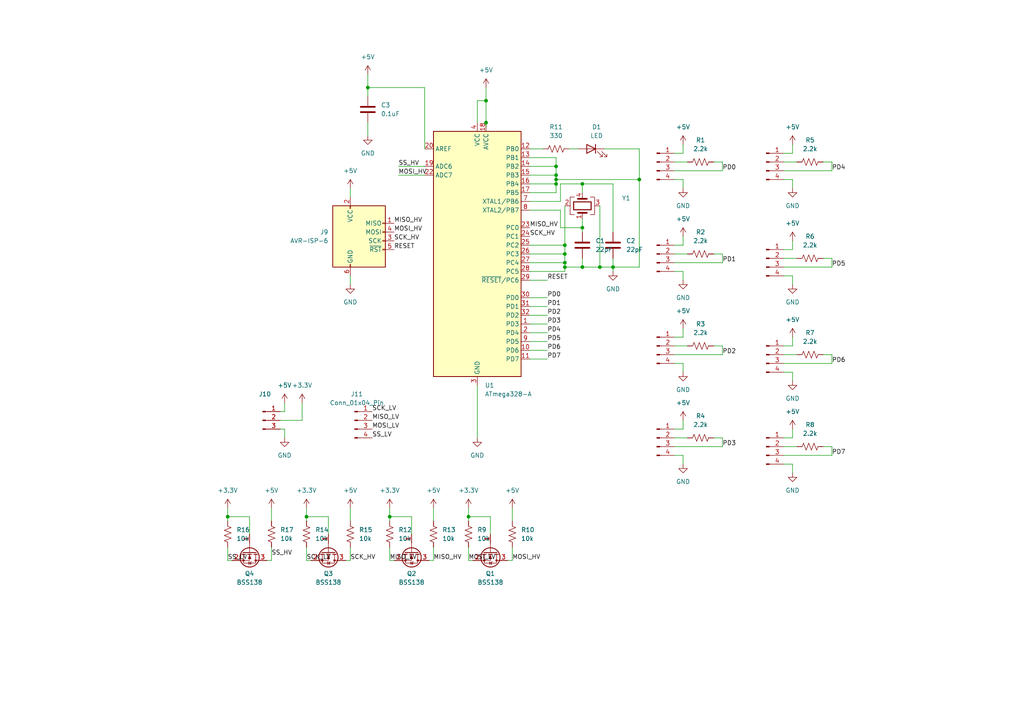
<source format=kicad_sch>
(kicad_sch (version 20230121) (generator eeschema)
  (paper "A4")
  (title_block (title "Octasonic Breakout for Raspberry Pi") (company "Grove Enterprises LLC"))
  (lib_symbols
    (symbol "Connector:AVR-ISP-6" (pin_names (offset 1.016))
      (property "Reference" "J" (at -6.35 11.43 0))
      (property "Value" "AVR-ISP-6" (at 0 11.43 0))
      (symbol "AVR-ISP-6_0_1"
        (rectangle (start -2.667 -6.858) (end -2.413 -7.62))
        (rectangle (start -2.667 10.16) (end -2.413 9.398))
        (rectangle (start 7.62 -2.413) (end 6.858 -2.667))
        (rectangle (start 7.62 0.127) (end 6.858 -0.127))
        (rectangle (start 7.62 2.667) (end 6.858 2.413))
        (rectangle (start 7.62 5.207) (end 6.858 4.953))
        (rectangle (start 7.62 10.16) (end -7.62 -7.62) (stroke (width 0.254)) (fill (type background)))
      )
      (symbol "AVR-ISP-6_1_1"
        (pin passive line (at 10.16 5.08 180) (length 2.54) (name "MISO") (number "1"))
        (pin passive line (at -2.54 12.7 270) (length 2.54) (name "VCC") (number "2"))
        (pin passive line (at 10.16 0 180) (length 2.54) (name "SCK") (number "3"))
        (pin passive line (at 10.16 2.54 180) (length 2.54) (name "MOSI") (number "4"))
        (pin passive line (at 10.16 -2.54 180) (length 2.54) (name "~{RST}") (number "5"))
        (pin passive line (at -2.54 -10.16 90) (length 2.54) (name "GND") (number "6"))
      )
    )
    (symbol "Connector:Conn_01x03_Pin" (pin_names (offset 1.016) hide)
      (property "Reference" "J" (at 0 5.08 0))
      (property "Value" "Conn_01x03_Pin" (at 0 -5.08 0))
      (symbol "Conn_01x03_Pin_1_1"
        (polyline (pts (xy 1.27 -2.54) (xy 0.8636 -2.54)) (stroke (width 0.1524)))
        (polyline (pts (xy 1.27 0) (xy 0.8636 0)) (stroke (width 0.1524)))
        (polyline (pts (xy 1.27 2.54) (xy 0.8636 2.54)) (stroke (width 0.1524)))
        (rectangle (start 0.8636 -2.413) (end 0 -2.667) (stroke (width 0.1524)) (fill (type outline)))
        (rectangle (start 0.8636 0.127) (end 0 -0.127) (stroke (width 0.1524)) (fill (type outline)))
        (rectangle (start 0.8636 2.667) (end 0 2.413) (stroke (width 0.1524)) (fill (type outline)))
        (pin passive line (at 5.08 2.54 180) (length 3.81) (name "Pin_1") (number "1"))
        (pin passive line (at 5.08 0 180) (length 3.81) (name "Pin_2") (number "2"))
        (pin passive line (at 5.08 -2.54 180) (length 3.81) (name "Pin_3") (number "3"))
      )
    )
    (symbol "Connector:Conn_01x04_Pin" (pin_names (offset 1.016) hide)
      (property "Reference" "J" (at 0 5.08 0))
      (property "Value" "Conn_01x04_Pin" (at 0 -7.62 0))
      (symbol "Conn_01x04_Pin_1_1"
        (polyline (pts (xy 1.27 -5.08) (xy 0.8636 -5.08)) (stroke (width 0.1524)))
        (polyline (pts (xy 1.27 -2.54) (xy 0.8636 -2.54)) (stroke (width 0.1524)))
        (polyline (pts (xy 1.27 0) (xy 0.8636 0)) (stroke (width 0.1524)))
        (polyline (pts (xy 1.27 2.54) (xy 0.8636 2.54)) (stroke (width 0.1524)))
        (rectangle (start 0.8636 -4.953) (end 0 -5.207) (stroke (width 0.1524)) (fill (type outline)))
        (rectangle (start 0.8636 -2.413) (end 0 -2.667) (stroke (width 0.1524)) (fill (type outline)))
        (rectangle (start 0.8636 0.127) (end 0 -0.127) (stroke (width 0.1524)) (fill (type outline)))
        (rectangle (start 0.8636 2.667) (end 0 2.413) (stroke (width 0.1524)) (fill (type outline)))
        (pin passive line (at 5.08 2.54 180) (length 3.81) (name "Pin_1") (number "1"))
        (pin passive line (at 5.08 0 180) (length 3.81) (name "Pin_2") (number "2"))
        (pin passive line (at 5.08 -2.54 180) (length 3.81) (name "Pin_3") (number "3"))
        (pin passive line (at 5.08 -5.08 180) (length 3.81) (name "Pin_4") (number "4"))
      )
    )
    (symbol "Device:C" (pin_numbers hide) (pin_names (offset 0.254))
      (property "Reference" "C" (at 0.635 2.54 0))
      (property "Value" "C" (at 0.635 -2.54 0))
      (symbol "C_0_1"
        (polyline (pts (xy -2.032 -0.762) (xy 2.032 -0.762)) (stroke (width 0.508)))
        (polyline (pts (xy -2.032 0.762) (xy 2.032 0.762)) (stroke (width 0.508)))
      )
      (symbol "C_1_1"
        (pin passive line (at 0 3.81 270) (length 2.794) (name "~") (number "1"))
        (pin passive line (at 0 -3.81 90) (length 2.794) (name "~") (number "2"))
      )
    )
    (symbol "Device:Crystal_GND23" (pin_names (offset 1.016) hide)
      (property "Reference" "Y" (at 3.175 5.08 0))
      (property "Value" "Crystal_GND23" (at 3.175 3.175 0))
      (symbol "Crystal_GND23_0_1"
        (rectangle (start -1.143 2.54) (end 1.143 -2.54) (stroke (width 0.3048)))
        (polyline (pts (xy -2.54 0) (xy -2.032 0)))
        (polyline (pts (xy -2.032 -1.27) (xy -2.032 1.27)) (stroke (width 0.508)))
        (polyline (pts (xy 0 -3.81) (xy 0 -3.556)))
        (polyline (pts (xy 0 3.556) (xy 0 3.81)))
        (polyline (pts (xy 2.032 -1.27) (xy 2.032 1.27)) (stroke (width 0.508)))
        (polyline (pts (xy 2.032 0) (xy 2.54 0)))
        (polyline (pts (xy -2.54 -2.286) (xy -2.54 -3.556) (xy 2.54 -3.556) (xy 2.54 -2.286)))
        (polyline (pts (xy -2.54 2.286) (xy -2.54 3.556) (xy 2.54 3.556) (xy 2.54 2.286)))
      )
      (symbol "Crystal_GND23_1_1"
        (pin passive line (at -3.81 0 0) (length 1.27) (name "1") (number "1"))
        (pin passive line (at 0 5.08 270) (length 1.27) (name "2") (number "2"))
        (pin passive line (at 0 -5.08 90) (length 1.27) (name "3") (number "3"))
        (pin passive line (at 3.81 0 180) (length 1.27) (name "4") (number "4"))
      )
    )
    (symbol "Device:LED" (pin_numbers hide) (pin_names (offset 1.016) hide)
      (property "Reference" "D" (at 0 2.54 0))
      (property "Value" "LED" (at 0 -2.54 0))
      (symbol "LED_0_1"
        (polyline (pts (xy -1.27 -1.27) (xy -1.27 1.27)) (stroke (width 0.254)))
        (polyline (pts (xy -1.27 0) (xy 1.27 0)))
        (polyline (pts (xy 1.27 -1.27) (xy 1.27 1.27) (xy -1.27 0) (xy 1.27 -1.27)) (stroke (width 0.254)))
        (polyline (pts (xy -3.048 -0.762) (xy -4.572 -2.286) (xy -3.81 -2.286) (xy -4.572 -2.286) (xy -4.572 -1.524)))
        (polyline (pts (xy -1.778 -0.762) (xy -3.302 -2.286) (xy -2.54 -2.286) (xy -3.302 -2.286) (xy -3.302 -1.524)))
      )
      (symbol "LED_1_1"
        (pin passive line (at -3.81 0 0) (length 2.54) (name "K") (number "1"))
        (pin passive line (at 3.81 0 180) (length 2.54) (name "A") (number "2"))
      )
    )
    (symbol "Device:R_US" (pin_numbers hide) (pin_names (offset 0))
      (property "Reference" "R" (at 2.54 0 90))
      (property "Value" "R_US" (at -2.54 0 90))
      (symbol "R_US_0_1"
        (polyline (pts (xy 0 -2.286) (xy 0 -2.54)))
        (polyline (pts (xy 0 2.286) (xy 0 2.54)))
        (polyline (pts (xy 0 -0.762) (xy 1.016 -1.143) (xy 0 -1.524) (xy -1.016 -1.905) (xy 0 -2.286)))
        (polyline (pts (xy 0 0.762) (xy 1.016 0.381) (xy 0 0) (xy -1.016 -0.381) (xy 0 -0.762)))
        (polyline (pts (xy 0 2.286) (xy 1.016 1.905) (xy 0 1.524) (xy -1.016 1.143) (xy 0 0.762)))
      )
      (symbol "R_US_1_1"
        (pin passive line (at 0 3.81 270) (length 1.27) (name "~") (number "1"))
        (pin passive line (at 0 -3.81 90) (length 1.27) (name "~") (number "2"))
      )
    )
    (symbol "MCU_Microchip_ATmega:ATmega328-A"
      (property "Reference" "U" (at -12.7 36.83 0))
      (property "Value" "ATmega328-A" (at 2.54 -36.83 0))
      (symbol "ATmega328-A_0_1"
        (rectangle (start -12.7 -35.56) (end 12.7 35.56) (stroke (width 0.254)) (fill (type background)))
      )
      (symbol "ATmega328-A_1_1"
        (pin bidirectional line (at 15.24 -20.32 180) (length 2.54) (name "PD3") (number "1"))
        (pin bidirectional line (at 15.24 -27.94 180) (length 2.54) (name "PD6") (number "10"))
        (pin bidirectional line (at 15.24 -30.48 180) (length 2.54) (name "PD7") (number "11"))
        (pin bidirectional line (at 15.24 30.48 180) (length 2.54) (name "PB0") (number "12"))
        (pin bidirectional line (at 15.24 27.94 180) (length 2.54) (name "PB1") (number "13"))
        (pin bidirectional line (at 15.24 25.4 180) (length 2.54) (name "PB2") (number "14"))
        (pin bidirectional line (at 15.24 22.86 180) (length 2.54) (name "PB3") (number "15"))
        (pin bidirectional line (at 15.24 20.32 180) (length 2.54) (name "PB4") (number "16"))
        (pin bidirectional line (at 15.24 17.78 180) (length 2.54) (name "PB5") (number "17"))
        (pin power_in line (at 2.54 38.1 270) (length 2.54) (name "AVCC") (number "18"))
        (pin input line (at -15.24 25.4 0) (length 2.54) (name "ADC6") (number "19"))
        (pin bidirectional line (at 15.24 -22.86 180) (length 2.54) (name "PD4") (number "2"))
        (pin passive line (at -15.24 30.48 0) (length 2.54) (name "AREF") (number "20"))
        (pin passive line (at 0 -38.1 90) (length 2.54) hide (name "GND") (number "21"))
        (pin input line (at -15.24 22.86 0) (length 2.54) (name "ADC7") (number "22"))
        (pin bidirectional line (at 15.24 7.62 180) (length 2.54) (name "PC0") (number "23"))
        (pin bidirectional line (at 15.24 5.08 180) (length 2.54) (name "PC1") (number "24"))
        (pin bidirectional line (at 15.24 2.54 180) (length 2.54) (name "PC2") (number "25"))
        (pin bidirectional line (at 15.24 0 180) (length 2.54) (name "PC3") (number "26"))
        (pin bidirectional line (at 15.24 -2.54 180) (length 2.54) (name "PC4") (number "27"))
        (pin bidirectional line (at 15.24 -5.08 180) (length 2.54) (name "PC5") (number "28"))
        (pin bidirectional line (at 15.24 -7.62 180) (length 2.54) (name "~{RESET}/PC6") (number "29"))
        (pin power_in line (at 0 -38.1 90) (length 2.54) (name "GND") (number "3"))
        (pin bidirectional line (at 15.24 -12.7 180) (length 2.54) (name "PD0") (number "30"))
        (pin bidirectional line (at 15.24 -15.24 180) (length 2.54) (name "PD1") (number "31"))
        (pin bidirectional line (at 15.24 -17.78 180) (length 2.54) (name "PD2") (number "32"))
        (pin power_in line (at 0 38.1 270) (length 2.54) (name "VCC") (number "4"))
        (pin passive line (at 0 -38.1 90) (length 2.54) hide (name "GND") (number "5"))
        (pin passive line (at 0 38.1 270) (length 2.54) hide (name "VCC") (number "6"))
        (pin bidirectional line (at 15.24 15.24 180) (length 2.54) (name "XTAL1/PB6") (number "7"))
        (pin bidirectional line (at 15.24 12.7 180) (length 2.54) (name "XTAL2/PB7") (number "8"))
        (pin bidirectional line (at 15.24 -25.4 180) (length 2.54) (name "PD5") (number "9"))
      )
    )
    (symbol "Transistor_FET:BSS138" (pin_names hide)
      (property "Reference" "Q" (at 5.08 1.905 0))
      (property "Value" "BSS138" (at 5.08 0 0))
      (symbol "BSS138_0_1"
        (polyline (pts (xy 0.254 0) (xy -2.54 0)))
        (polyline (pts (xy 0.254 1.905) (xy 0.254 -1.905)) (stroke (width 0.254)))
        (polyline (pts (xy 0.762 -1.27) (xy 0.762 -2.286)) (stroke (width 0.254)))
        (polyline (pts (xy 0.762 0.508) (xy 0.762 -0.508)) (stroke (width 0.254)))
        (polyline (pts (xy 0.762 2.286) (xy 0.762 1.27)) (stroke (width 0.254)))
        (polyline (pts (xy 2.54 2.54) (xy 2.54 1.778)))
        (polyline (pts (xy 2.54 -2.54) (xy 2.54 0) (xy 0.762 0)))
        (polyline (pts (xy 0.762 -1.778) (xy 3.302 -1.778) (xy 3.302 1.778) (xy 0.762 1.778)))
        (polyline (pts (xy 1.016 0) (xy 2.032 0.381) (xy 2.032 -0.381) (xy 1.016 0)) (fill (type outline)))
        (polyline (pts (xy 2.794 0.508) (xy 2.921 0.381) (xy 3.683 0.381) (xy 3.81 0.254)))
        (polyline (pts (xy 3.302 0.381) (xy 2.921 -0.254) (xy 3.683 -0.254) (xy 3.302 0.381)))
        (circle (center 1.651 0) (radius 2.794) (stroke (width 0.254)))
        (circle (center 2.54 -1.778) (radius 0.254) (fill (type outline)))
        (circle (center 2.54 1.778) (radius 0.254) (fill (type outline)))
      )
      (symbol "BSS138_1_1"
        (pin input line (at -5.08 0 0) (length 2.54) (name "G") (number "1"))
        (pin passive line (at 2.54 -5.08 90) (length 2.54) (name "S") (number "2"))
        (pin passive line (at 2.54 5.08 270) (length 2.54) (name "D") (number "3"))
      )
    )
    (symbol "power:+3.3V" (power) (pin_names (offset 0))
      (property "Value" "+3.3V" (at 0 3.556 0))
      (symbol "+3.3V_0_1"
        (polyline (pts (xy -0.762 1.27) (xy 0 2.54)))
        (polyline (pts (xy 0 0) (xy 0 2.54)))
        (polyline (pts (xy 0 2.54) (xy 0.762 1.27)))
      )
      (symbol "+3.3V_1_1"
        (pin power_in line (at 0 0 90) (length 0) hide (name "+3.3V") (number "1"))
      )
    )
    (symbol "power:+5V" (power) (pin_names (offset 0))
      (property "Value" "+5V" (at 0 3.556 0))
      (symbol "+5V_0_1"
        (polyline (pts (xy -0.762 1.27) (xy 0 2.54)))
        (polyline (pts (xy 0 0) (xy 0 2.54)))
        (polyline (pts (xy 0 2.54) (xy 0.762 1.27)))
      )
      (symbol "+5V_1_1"
        (pin power_in line (at 0 0 90) (length 0) hide (name "+5V") (number "1"))
      )
    )
    (symbol "power:GND" (power) (pin_names (offset 0))
      (property "Value" "GND" (at 0 -3.81 0))
      (symbol "GND_0_1"
        (polyline (pts (xy 0 0) (xy 0 -1.27) (xy 1.27 -1.27) (xy 0 -2.54) (xy -1.27 -1.27) (xy 0 -1.27)))
      )
      (symbol "GND_1_1"
        (pin power_in line (at 0 0 270) (length 0) hide (name "GND") (number "1"))
      )
    )
  )
  (junction (at 106.68 25.4))
  (junction (at 135.89 149.86))
  (junction (at 140.97 35.56))
  (junction (at 163.83 77.47))
  (junction (at 161.29 52.07))
  (junction (at 168.91 66.04))
  (junction (at 168.91 77.47))
  (junction (at 168.91 53.34))
  (junction (at 163.83 71.12))
  (junction (at 173.99 77.47))
  (junction (at 163.83 73.66))
  (junction (at 161.29 48.26))
  (junction (at 163.83 76.2))
  (junction (at 88.9 149.86))
  (junction (at 66.04 149.86))
  (junction (at 161.29 50.8))
  (junction (at 113.03 149.86))
  (junction (at 161.29 53.34))
  (junction (at 185.42 52.07))
  (junction (at 177.8 77.47))
  (junction (at 140.97 29.21))
  (wire (pts (xy 198.12 81.28) (xy 198.12 78.74)))
  (wire (pts (xy 148.59 147.32) (xy 148.59 151.13)))
  (wire (pts (xy 209.55 76.2) (xy 195.58 76.2)))
  (wire (pts (xy 88.9 149.86) (xy 95.25 149.86)))
  (wire (pts (xy 161.29 48.26) (xy 161.29 50.8)))
  (wire (pts (xy 163.83 73.66) (xy 163.83 76.2)))
  (wire (pts (xy 88.9 158.75) (xy 88.9 162.56)))
  (wire (pts (xy 161.29 50.8) (xy 161.29 52.07)))
  (wire (pts (xy 198.12 44.45) (xy 195.58 44.45)))
  (wire (pts (xy 198.12 78.74) (xy 195.58 78.74)))
  (wire (pts (xy 66.04 149.86) (xy 66.04 151.13)))
  (wire (pts (xy 227.33 74.93) (xy 231.14 74.93)))
  (wire (pts (xy 78.74 158.75) (xy 78.74 162.56)))
  (wire (pts (xy 173.99 59.69) (xy 173.99 77.47)))
  (wire (pts (xy 158.75 99.06) (xy 153.67 99.06)))
  (wire (pts (xy 241.3 74.93) (xy 241.3 77.47)))
  (wire (pts (xy 198.12 107.95) (xy 198.12 105.41)))
  (wire (pts (xy 229.87 41.91) (xy 229.87 44.45)))
  (wire (pts (xy 87.63 116.84) (xy 87.63 121.92)))
  (wire (pts (xy 229.87 52.07) (xy 227.33 52.07)))
  (wire (pts (xy 198.12 121.92) (xy 198.12 124.46)))
  (wire (pts (xy 198.12 52.07) (xy 195.58 52.07)))
  (wire (pts (xy 241.3 102.87) (xy 241.3 105.41)))
  (wire (pts (xy 229.87 80.01) (xy 227.33 80.01)))
  (wire (pts (xy 78.74 147.32) (xy 78.74 151.13)))
  (wire (pts (xy 158.75 91.44) (xy 153.67 91.44)))
  (wire (pts (xy 95.25 149.86) (xy 95.25 154.94)))
  (wire (pts (xy 113.03 147.32) (xy 113.03 149.86)))
  (wire (pts (xy 162.56 60.96) (xy 162.56 66.04)))
  (wire (pts (xy 153.67 73.66) (xy 163.83 73.66)))
  (wire (pts (xy 101.6 162.56) (xy 100.33 162.56)))
  (wire (pts (xy 173.99 77.47) (xy 177.8 77.47)))
  (wire (pts (xy 209.55 46.99) (xy 209.55 49.53)))
  (wire (pts (xy 168.91 77.47) (xy 173.99 77.47)))
  (wire (pts (xy 82.55 116.84) (xy 82.55 119.38)))
  (wire (pts (xy 168.91 53.34) (xy 168.91 55.88)))
  (wire (pts (xy 241.3 77.47) (xy 227.33 77.47)))
  (wire (pts (xy 142.24 149.86) (xy 142.24 154.94)))
  (wire (pts (xy 229.87 54.61) (xy 229.87 52.07)))
  (wire (pts (xy 88.9 149.86) (xy 88.9 151.13)))
  (wire (pts (xy 158.75 93.98) (xy 153.67 93.98)))
  (wire (pts (xy 238.76 46.99) (xy 241.3 46.99)))
  (wire (pts (xy 209.55 129.54) (xy 195.58 129.54)))
  (wire (pts (xy 168.91 77.47) (xy 168.91 74.93)))
  (wire (pts (xy 66.04 147.32) (xy 66.04 149.86)))
  (wire (pts (xy 163.83 77.47) (xy 168.91 77.47)))
  (wire (pts (xy 229.87 100.33) (xy 227.33 100.33)))
  (wire (pts (xy 81.28 124.46) (xy 82.55 124.46)))
  (wire (pts (xy 177.8 53.34) (xy 168.91 53.34)))
  (wire (pts (xy 66.04 162.56) (xy 67.31 162.56)))
  (wire (pts (xy 113.03 149.86) (xy 113.03 151.13)))
  (wire (pts (xy 135.89 158.75) (xy 135.89 162.56)))
  (wire (pts (xy 135.89 162.56) (xy 137.16 162.56)))
  (wire (pts (xy 123.19 25.4) (xy 106.68 25.4)))
  (wire (pts (xy 198.12 97.79) (xy 195.58 97.79)))
  (wire (pts (xy 135.89 149.86) (xy 142.24 149.86)))
  (wire (pts (xy 229.87 72.39) (xy 227.33 72.39)))
  (wire (pts (xy 185.42 77.47) (xy 177.8 77.47)))
  (wire (pts (xy 229.87 97.79) (xy 229.87 100.33)))
  (wire (pts (xy 135.89 147.32) (xy 135.89 149.86)))
  (wire (pts (xy 207.01 46.99) (xy 209.55 46.99)))
  (wire (pts (xy 229.87 82.55) (xy 229.87 80.01)))
  (wire (pts (xy 115.57 50.8) (xy 123.19 50.8)))
  (wire (pts (xy 195.58 100.33) (xy 199.39 100.33)))
  (wire (pts (xy 153.67 48.26) (xy 161.29 48.26)))
  (wire (pts (xy 158.75 101.6) (xy 153.67 101.6)))
  (wire (pts (xy 153.67 60.96) (xy 162.56 60.96)))
  (wire (pts (xy 161.29 45.72) (xy 161.29 48.26)))
  (wire (pts (xy 168.91 66.04) (xy 168.91 67.31)))
  (wire (pts (xy 238.76 102.87) (xy 241.3 102.87)))
  (wire (pts (xy 229.87 127) (xy 227.33 127)))
  (wire (pts (xy 78.74 162.56) (xy 77.47 162.56)))
  (wire (pts (xy 148.59 158.75) (xy 148.59 162.56)))
  (wire (pts (xy 82.55 119.38) (xy 81.28 119.38)))
  (wire (pts (xy 227.33 129.54) (xy 231.14 129.54)))
  (wire (pts (xy 207.01 73.66) (xy 209.55 73.66)))
  (wire (pts (xy 125.73 147.32) (xy 125.73 151.13)))
  (wire (pts (xy 125.73 158.75) (xy 125.73 162.56)))
  (wire (pts (xy 66.04 149.86) (xy 72.39 149.86)))
  (wire (pts (xy 135.89 149.86) (xy 135.89 151.13)))
  (wire (pts (xy 238.76 129.54) (xy 241.3 129.54)))
  (wire (pts (xy 177.8 74.93) (xy 177.8 77.47)))
  (wire (pts (xy 106.68 25.4) (xy 106.68 27.94)))
  (wire (pts (xy 153.67 55.88) (xy 161.29 55.88)))
  (wire (pts (xy 106.68 35.56) (xy 106.68 39.37)))
  (wire (pts (xy 140.97 35.56) (xy 140.97 36.83)))
  (wire (pts (xy 123.19 43.18) (xy 123.19 25.4)))
  (wire (pts (xy 153.67 43.18) (xy 157.48 43.18)))
  (wire (pts (xy 88.9 147.32) (xy 88.9 149.86)))
  (wire (pts (xy 158.75 104.14) (xy 153.67 104.14)))
  (wire (pts (xy 177.8 77.47) (xy 177.8 78.74)))
  (wire (pts (xy 198.12 95.25) (xy 198.12 97.79)))
  (wire (pts (xy 229.87 124.46) (xy 229.87 127)))
  (wire (pts (xy 198.12 134.62) (xy 198.12 132.08)))
  (wire (pts (xy 162.56 53.34) (xy 168.91 53.34)))
  (wire (pts (xy 163.83 76.2) (xy 163.83 77.47)))
  (wire (pts (xy 163.83 78.74) (xy 163.83 77.47)))
  (wire (pts (xy 113.03 149.86) (xy 119.38 149.86)))
  (wire (pts (xy 209.55 100.33) (xy 209.55 102.87)))
  (wire (pts (xy 153.67 53.34) (xy 161.29 53.34)))
  (wire (pts (xy 153.67 45.72) (xy 161.29 45.72)))
  (wire (pts (xy 66.04 158.75) (xy 66.04 162.56)))
  (wire (pts (xy 119.38 149.86) (xy 119.38 154.94)))
  (wire (pts (xy 125.73 162.56) (xy 124.46 162.56)))
  (wire (pts (xy 153.67 71.12) (xy 163.83 71.12)))
  (wire (pts (xy 229.87 69.85) (xy 229.87 72.39)))
  (wire (pts (xy 140.97 25.4) (xy 140.97 29.21)))
  (wire (pts (xy 101.6 80.01) (xy 101.6 82.55)))
  (wire (pts (xy 158.75 96.52) (xy 153.67 96.52)))
  (wire (pts (xy 195.58 73.66) (xy 199.39 73.66)))
  (wire (pts (xy 198.12 41.91) (xy 198.12 44.45)))
  (wire (pts (xy 161.29 52.07) (xy 161.29 53.34)))
  (wire (pts (xy 168.91 63.5) (xy 168.91 66.04)))
  (wire (pts (xy 163.83 59.69) (xy 163.83 71.12)))
  (wire (pts (xy 177.8 67.31) (xy 177.8 53.34)))
  (wire (pts (xy 209.55 127) (xy 209.55 129.54)))
  (wire (pts (xy 153.67 58.42) (xy 162.56 58.42)))
  (wire (pts (xy 115.57 48.26) (xy 123.19 48.26)))
  (wire (pts (xy 229.87 107.95) (xy 227.33 107.95)))
  (wire (pts (xy 153.67 50.8) (xy 161.29 50.8)))
  (wire (pts (xy 229.87 44.45) (xy 227.33 44.45)))
  (wire (pts (xy 241.3 46.99) (xy 241.3 49.53)))
  (wire (pts (xy 198.12 124.46) (xy 195.58 124.46)))
  (wire (pts (xy 161.29 53.34) (xy 161.29 55.88)))
  (wire (pts (xy 162.56 66.04) (xy 168.91 66.04)))
  (wire (pts (xy 113.03 162.56) (xy 114.3 162.56)))
  (wire (pts (xy 153.67 76.2) (xy 163.83 76.2)))
  (wire (pts (xy 153.67 78.74) (xy 163.83 78.74)))
  (wire (pts (xy 238.76 74.93) (xy 241.3 74.93)))
  (wire (pts (xy 175.26 43.18) (xy 185.42 43.18)))
  (wire (pts (xy 209.55 73.66) (xy 209.55 76.2)))
  (wire (pts (xy 198.12 71.12) (xy 195.58 71.12)))
  (wire (pts (xy 101.6 147.32) (xy 101.6 151.13)))
  (wire (pts (xy 229.87 134.62) (xy 227.33 134.62)))
  (wire (pts (xy 140.97 29.21) (xy 138.43 29.21)))
  (wire (pts (xy 165.1 43.18) (xy 167.64 43.18)))
  (wire (pts (xy 148.59 162.56) (xy 147.32 162.56)))
  (wire (pts (xy 88.9 162.56) (xy 90.17 162.56)))
  (wire (pts (xy 227.33 102.87) (xy 231.14 102.87)))
  (wire (pts (xy 185.42 43.18) (xy 185.42 52.07)))
  (wire (pts (xy 113.03 158.75) (xy 113.03 162.56)))
  (wire (pts (xy 87.63 121.92) (xy 81.28 121.92)))
  (wire (pts (xy 138.43 29.21) (xy 138.43 35.56)))
  (wire (pts (xy 72.39 149.86) (xy 72.39 154.94)))
  (wire (pts (xy 163.83 71.12) (xy 163.83 73.66)))
  (wire (pts (xy 161.29 52.07) (xy 185.42 52.07)))
  (wire (pts (xy 106.68 21.59) (xy 106.68 25.4)))
  (wire (pts (xy 229.87 110.49) (xy 229.87 107.95)))
  (wire (pts (xy 198.12 105.41) (xy 195.58 105.41)))
  (wire (pts (xy 229.87 137.16) (xy 229.87 134.62)))
  (wire (pts (xy 198.12 54.61) (xy 198.12 52.07)))
  (wire (pts (xy 195.58 127) (xy 199.39 127)))
  (wire (pts (xy 241.3 129.54) (xy 241.3 132.08)))
  (wire (pts (xy 207.01 127) (xy 209.55 127)))
  (wire (pts (xy 209.55 49.53) (xy 195.58 49.53)))
  (wire (pts (xy 209.55 102.87) (xy 195.58 102.87)))
  (wire (pts (xy 198.12 68.58) (xy 198.12 71.12)))
  (wire (pts (xy 158.75 81.28) (xy 153.67 81.28)))
  (wire (pts (xy 158.75 86.36) (xy 153.67 86.36)))
  (wire (pts (xy 241.3 49.53) (xy 227.33 49.53)))
  (wire (pts (xy 82.55 124.46) (xy 82.55 127)))
  (wire (pts (xy 162.56 58.42) (xy 162.56 53.34)))
  (wire (pts (xy 158.75 88.9) (xy 153.67 88.9)))
  (wire (pts (xy 101.6 158.75) (xy 101.6 162.56)))
  (wire (pts (xy 138.43 111.76) (xy 138.43 127)))
  (wire (pts (xy 101.6 54.61) (xy 101.6 57.15)))
  (wire (pts (xy 241.3 105.41) (xy 227.33 105.41)))
  (wire (pts (xy 198.12 132.08) (xy 195.58 132.08)))
  (wire (pts (xy 140.97 29.21) (xy 140.97 35.56)))
  (wire (pts (xy 195.58 46.99) (xy 199.39 46.99)))
  (wire (pts (xy 207.01 100.33) (xy 209.55 100.33)))
  (wire (pts (xy 227.33 46.99) (xy 231.14 46.99)))
  (wire (pts (xy 241.3 132.08) (xy 227.33 132.08)))
  (wire (pts (xy 185.42 52.07) (xy 185.42 77.47)))
  (label "MOSI_LV" (at 135.89 162.56 0))
  (label "PD4" (at 241.3 49.53 0))
  (label "PD6" (at 241.3 105.41 0))
  (label "SCK_HV" (at 114.3 69.85 0))
  (label "PD5" (at 158.75 99.06 0))
  (label "PD3" (at 158.75 93.98 0))
  (label "RESET" (at 158.75 81.28 0))
  (label "MOSI_HV" (at 114.3 67.31 0))
  (label "PD7" (at 241.3 132.08 0))
  (label "PD3" (at 209.55 129.54 0))
  (label "SCK_HV" (at 153.67 68.58 0))
  (label "SS_LV" (at 107.95 127 0))
  (label "PD6" (at 158.75 101.6 0))
  (label "SCK_LV" (at 107.95 119.38 0))
  (label "PD1" (at 158.75 88.9 0))
  (label "MOSI_HV" (at 115.57 50.8 0))
  (label "MISO_LV" (at 107.95 121.92 0))
  (label "MOSI_HV" (at 148.59 162.56 0))
  (label "SCK_HV" (at 101.6 162.56 0))
  (label "SCK_LV" (at 88.9 162.56 0))
  (label "PD2" (at 209.55 102.87 0))
  (label "PD5" (at 241.3 77.47 0))
  (label "SS_LV" (at 66.04 162.56 0))
  (label "MISO_HV" (at 125.73 162.56 0))
  (label "MOSI_LV" (at 107.95 124.46 0))
  (label "PD0" (at 158.75 86.36 0))
  (label "PD7" (at 158.75 104.14 0))
  (label "MISO_HV" (at 153.67 66.04 0))
  (label "PD1" (at 209.55 76.2 0))
  (label "PD4" (at 158.75 96.52 0))
  (label "RESET" (at 114.3 72.39 0))
  (label "SS_HV" (at 78.74 161.29 0))
  (label "MISO_LV" (at 113.03 162.56 0))
  (label "SS_HV" (at 115.57 48.26 0))
  (label "PD0" (at 209.55 49.53 0))
  (label "MISO_HV" (at 114.3 64.77 0))
  (label "PD2" (at 158.75 91.44 0))
  (symbol (lib_id "power:+5V") (at 106.68 21.59 0) (unit 1)
    (property "Reference" "#PWR020" (effects hide))
    (property "Value" "+5V" (at 106.68 16.51 0))
  )
  (symbol (lib_id "Connector:Conn_01x04_Pin") (at 190.5 73.66 0) (unit 1)
    (property "Reference" "J2" (effects hide))
    (property "Value" "Conn_01x04_Pin" (effects hide))
    (property "Footprint" "Connector_PinHeader_2.54mm:PinHeader_1x04_P2.54mm_Vertical" (effects hide))
  )
  (symbol (lib_id "Device:R_US") (at 234.95 102.87 90) (unit 1)
    (property "Reference" "R7" (at 234.95 96.52 90))
    (property "Value" "2.2k" (at 234.95 99.06 90))
    (property "Footprint" "Resistor_SMD:R_1206_3216Metric" (effects hide))
  )
  (symbol (lib_id "power:+5V") (at 78.74 147.32 0) (unit 1)
    (property "Reference" "#PWR029" (effects hide))
    (property "Value" "+5V" (at 78.74 142.24 0))
  )
  (symbol (lib_id "power:+5V") (at 148.59 147.32 0) (unit 1)
    (property "Reference" "#PWR019" (effects hide))
    (property "Value" "+5V" (at 148.59 142.24 0))
  )
  (symbol (lib_id "power:GND") (at 229.87 110.49 0) (unit 1)
    (property "Reference" "#PWR016" (effects hide))
    (property "Value" "GND" (at 229.87 115.57 0))
  )
  (symbol (lib_id "Device:R_US") (at 101.6 154.94 180) (unit 1)
    (property "Reference" "R15" (at 104.14 153.67 0) (effects (justify right)))
    (property "Value" "10k" (at 104.14 156.21 0) (effects (justify right)))
    (property "Footprint" "Resistor_SMD:R_1206_3216Metric" (effects hide))
  )
  (symbol (lib_id "Device:R_US") (at 125.73 154.94 180) (unit 1)
    (property "Reference" "R13" (at 128.27 153.67 0) (effects (justify right)))
    (property "Value" "10k" (at 128.27 156.21 0) (effects (justify right)))
    (property "Footprint" "Resistor_SMD:R_1206_3216Metric" (effects hide))
  )
  (symbol (lib_id "Connector:Conn_01x03_Pin") (at 76.2 121.92 0) (unit 1)
    (property "Reference" "J10" (at 76.835 114.3 0))
    (property "Value" "Conn_01x03_Pin" (effects hide))
    (property "Footprint" "Connector_PinHeader_2.54mm:PinHeader_1x03_P2.54mm_Vertical" (effects hide))
  )
  (symbol (lib_id "power:GND") (at 106.68 39.37 0) (unit 1)
    (property "Reference" "#PWR022" (effects hide))
    (property "Value" "GND" (at 106.68 44.45 0))
  )
  (symbol (lib_id "power:+5V") (at 82.55 116.84 0) (unit 1)
    (property "Reference" "#PWR032" (effects hide))
    (property "Value" "+5V" (at 82.55 111.76 0))
  )
  (symbol (lib_id "power:GND") (at 198.12 81.28 0) (unit 1)
    (property "Reference" "#PWR06" (effects hide))
    (property "Value" "GND" (at 198.12 86.36 0))
  )
  (symbol (lib_id "power:GND") (at 229.87 54.61 0) (unit 1)
    (property "Reference" "#PWR012" (effects hide))
    (property "Value" "GND" (at 229.87 59.69 0))
  )
  (symbol (lib_id "power:GND") (at 229.87 137.16 0) (unit 1)
    (property "Reference" "#PWR018" (effects hide))
    (property "Value" "GND" (at 229.87 142.24 0))
  )
  (symbol (lib_id "power:GND") (at 198.12 107.95 0) (unit 1)
    (property "Reference" "#PWR08" (effects hide))
    (property "Value" "GND" (at 198.12 113.03 0))
  )
  (symbol (lib_id "Connector:Conn_01x04_Pin") (at 190.5 127 0) (unit 1)
    (property "Reference" "J4" (effects hide))
    (property "Value" "Conn_01x04_Pin" (effects hide))
    (property "Footprint" "Connector_PinHeader_2.54mm:PinHeader_1x04_P2.54mm_Vertical" (effects hide))
  )
  (symbol (lib_id "Device:R_US") (at 78.74 154.94 180) (unit 1)
    (property "Reference" "R17" (at 81.28 153.67 0) (effects (justify right)))
    (property "Value" "10k" (at 81.28 156.21 0) (effects (justify right)))
    (property "Footprint" "Resistor_SMD:R_1206_3216Metric" (effects hide))
  )
  (symbol (lib_id "power:GND") (at 138.43 127 0) (unit 1)
    (property "Reference" "#PWR02" (effects hide))
    (property "Value" "GND" (at 138.43 132.08 0))
  )
  (symbol (lib_id "Transistor_FET:BSS138") (at 72.39 160.02 270) (unit 1)
    (property "Reference" "Q4" (at 72.39 166.37 90))
    (property "Value" "BSS138" (at 72.39 168.91 90))
    (property "Footprint" "Package_TO_SOT_SMD:SOT-23" (effects hide))
    (property "Datasheet" "https://www.onsemi.com/pub/Collateral/BSS138-D.PDF" (effects hide))
  )
  (symbol (lib_id "Device:R_US") (at 234.95 74.93 90) (unit 1)
    (property "Reference" "R6" (at 234.95 68.58 90))
    (property "Value" "2.2k" (at 234.95 71.12 90))
    (property "Footprint" "Resistor_SMD:R_1206_3216Metric" (effects hide))
  )
  (symbol (lib_id "Device:R_US") (at 135.89 154.94 180) (unit 1)
    (property "Reference" "R9" (at 138.43 153.67 0) (effects (justify right)))
    (property "Value" "10k" (at 138.43 156.21 0) (effects (justify right)))
    (property "Footprint" "Resistor_SMD:R_1206_3216Metric" (effects hide))
  )
  (symbol (lib_id "power:+5V") (at 101.6 147.32 0) (unit 1)
    (property "Reference" "#PWR027" (effects hide))
    (property "Value" "+5V" (at 101.6 142.24 0))
  )
  (symbol (lib_id "Device:R_US") (at 66.04 154.94 180) (unit 1)
    (property "Reference" "R16" (at 68.58 153.67 0) (effects (justify right)))
    (property "Value" "10k" (at 68.58 156.21 0) (effects (justify right)))
    (property "Footprint" "Resistor_SMD:R_1206_3216Metric" (effects hide))
  )
  (symbol (lib_id "power:+3.3V") (at 135.89 147.32 0) (unit 1)
    (property "Reference" "#PWR023" (effects hide))
    (property "Value" "+3.3V" (at 135.89 142.24 0))
  )
  (symbol (lib_id "Device:R_US") (at 88.9 154.94 180) (unit 1)
    (property "Reference" "R14" (at 91.44 153.67 0) (effects (justify right)))
    (property "Value" "10k" (at 91.44 156.21 0) (effects (justify right)))
    (property "Footprint" "Resistor_SMD:R_1206_3216Metric" (effects hide))
  )
  (symbol (lib_id "Device:C") (at 168.91 71.12 0) (unit 1)
    (property "Reference" "C1" (at 172.72 69.85 0) (effects (justify left)))
    (property "Value" "22pF" (at 172.72 72.39 0) (effects (justify left)))
    (property "Footprint" "Capacitor_SMD:C_1206_3216Metric" (effects hide))
  )
  (symbol (lib_id "Device:C") (at 177.8 71.12 0) (unit 1)
    (property "Reference" "C2" (at 181.61 69.85 0) (effects (justify left)))
    (property "Value" "22pF" (at 181.61 72.39 0) (effects (justify left)))
    (property "Footprint" "Capacitor_SMD:C_1206_3216Metric" (effects hide))
  )
  (symbol (lib_id "Device:R_US") (at 148.59 154.94 180) (unit 1)
    (property "Reference" "R10" (at 151.13 153.67 0) (effects (justify right)))
    (property "Value" "10k" (at 151.13 156.21 0) (effects (justify right)))
    (property "Footprint" "Resistor_SMD:R_1206_3216Metric" (effects hide))
  )
  (symbol (lib_id "power:+5V") (at 229.87 124.46 0) (unit 1)
    (property "Reference" "#PWR017" (effects hide))
    (property "Value" "+5V" (at 229.87 119.38 0))
  )
  (symbol (lib_id "Connector:Conn_01x04_Pin") (at 222.25 74.93 0) (unit 1)
    (property "Reference" "J6" (effects hide))
    (property "Value" "Conn_01x04_Pin" (effects hide))
    (property "Footprint" "Connector_PinHeader_2.54mm:PinHeader_1x04_P2.54mm_Vertical" (effects hide))
  )
  (symbol (lib_id "power:GND") (at 82.55 127 0) (unit 1)
    (property "Reference" "#PWR033" (effects hide))
    (property "Value" "GND" (at 82.55 132.08 0))
  )
  (symbol (lib_id "Device:R_US") (at 234.95 129.54 90) (unit 1)
    (property "Reference" "R8" (at 234.95 123.19 90))
    (property "Value" "2.2k" (at 234.95 125.73 90))
    (property "Footprint" "Resistor_SMD:R_1206_3216Metric" (effects hide))
  )
  (symbol (lib_id "power:GND") (at 198.12 54.61 0) (unit 1)
    (property "Reference" "#PWR04" (effects hide))
    (property "Value" "GND" (at 198.12 59.69 0))
  )
  (symbol (lib_id "Connector:AVR-ISP-6") (at 104.14 69.85 0) (unit 1)
    (property "Reference" "J9" (at 95.25 67.31 0) (effects (justify right)))
    (property "Value" "AVR-ISP-6" (at 95.25 69.85 0) (effects (justify right)))
    (property "Footprint" "Connector_PinHeader_2.54mm:PinHeader_2x03_P2.54mm_Vertical" (effects hide))
    (property "Datasheet" " ~" (effects hide))
  )
  (symbol (lib_id "power:+3.3V") (at 113.03 147.32 0) (unit 1)
    (property "Reference" "#PWR024" (effects hide))
    (property "Value" "+3.3V" (at 113.03 142.24 0))
  )
  (symbol (lib_id "Device:R_US") (at 203.2 100.33 90) (unit 1)
    (property "Reference" "R3" (at 203.2 93.98 90))
    (property "Value" "2.2k" (at 203.2 96.52 90))
    (property "Footprint" "Resistor_SMD:R_1206_3216Metric" (effects hide))
  )
  (symbol (lib_id "power:+5V") (at 229.87 69.85 0) (unit 1)
    (property "Reference" "#PWR013" (effects hide))
    (property "Value" "+5V" (at 229.87 64.77 0))
  )
  (symbol (lib_id "Transistor_FET:BSS138") (at 95.25 160.02 270) (unit 1)
    (property "Reference" "Q3" (at 95.25 166.37 90))
    (property "Value" "BSS138" (at 95.25 168.91 90))
    (property "Footprint" "Package_TO_SOT_SMD:SOT-23" (effects hide))
    (property "Datasheet" "https://www.onsemi.com/pub/Collateral/BSS138-D.PDF" (effects hide))
  )
  (symbol (lib_id "power:GND") (at 101.6 82.55 0) (unit 1)
    (property "Reference" "#PWR031" (effects hide))
    (property "Value" "GND" (at 101.6 87.63 0))
  )
  (symbol (lib_id "power:+5V") (at 101.6 54.61 0) (unit 1)
    (property "Reference" "#PWR030" (effects hide))
    (property "Value" "+5V" (at 101.6 49.53 0))
  )
  (symbol (lib_id "Device:R_US") (at 161.29 43.18 270) (unit 1)
    (property "Reference" "R11" (at 161.29 36.83 90))
    (property "Value" "330" (at 161.29 39.37 90))
    (property "Footprint" "Resistor_SMD:R_1206_3216Metric" (effects hide))
  )
  (symbol (lib_id "Device:C") (at 106.68 31.75 0) (unit 1)
    (property "Reference" "C3" (at 110.49 30.48 0) (effects (justify left)))
    (property "Value" "0.1uF" (at 110.49 33.02 0) (effects (justify left)))
    (property "Footprint" "Capacitor_SMD:C_1206_3216Metric" (effects hide))
  )
  (symbol (lib_id "Connector:Conn_01x04_Pin") (at 190.5 46.99 0) (unit 1)
    (property "Reference" "J1" (effects hide))
    (property "Value" "Conn_01x04_Pin" (effects hide))
    (property "Footprint" "Connector_PinHeader_2.54mm:PinHeader_1x04_P2.54mm_Vertical" (effects hide))
  )
  (symbol (lib_id "power:+5V") (at 140.97 25.4 0) (unit 1)
    (property "Reference" "#PWR01" (effects hide))
    (property "Value" "+5V" (at 140.97 20.32 0))
  )
  (symbol (lib_id "power:+3.3V") (at 88.9 147.32 0) (unit 1)
    (property "Reference" "#PWR026" (effects hide))
    (property "Value" "+3.3V" (at 88.9 142.24 0))
  )
  (symbol (lib_id "Connector:Conn_01x04_Pin") (at 190.5 100.33 0) (unit 1)
    (property "Reference" "J3" (effects hide))
    (property "Value" "Conn_01x04_Pin" (effects hide))
    (property "Footprint" "Connector_PinHeader_2.54mm:PinHeader_1x04_P2.54mm_Vertical" (effects hide))
  )
  (symbol (lib_id "Device:R_US") (at 203.2 127 90) (unit 1)
    (property "Reference" "R4" (at 203.2 120.65 90))
    (property "Value" "2.2k" (at 203.2 123.19 90))
    (property "Footprint" "Resistor_SMD:R_1206_3216Metric" (effects hide))
  )
  (symbol (lib_id "power:+5V") (at 229.87 41.91 0) (unit 1)
    (property "Reference" "#PWR011" (effects hide))
    (property "Value" "+5V" (at 229.87 36.83 0))
  )
  (symbol (lib_id "Device:R_US") (at 113.03 154.94 180) (unit 1)
    (property "Reference" "R12" (at 115.57 153.67 0) (effects (justify right)))
    (property "Value" "10k" (at 115.57 156.21 0) (effects (justify right)))
    (property "Footprint" "Resistor_SMD:R_1206_3216Metric" (effects hide))
  )
  (symbol (lib_id "power:GND") (at 198.12 134.62 0) (unit 1)
    (property "Reference" "#PWR010" (effects hide))
    (property "Value" "GND" (at 198.12 139.7 0))
  )
  (symbol (lib_id "Device:R_US") (at 203.2 73.66 90) (unit 1)
    (property "Reference" "R2" (at 203.2 67.31 90))
    (property "Value" "2.2k" (at 203.2 69.85 90))
    (property "Footprint" "Resistor_SMD:R_1206_3216Metric" (effects hide))
  )
  (symbol (lib_id "Connector:Conn_01x04_Pin") (at 102.87 121.92 0) (unit 1)
    (property "Reference" "J11" (at 103.505 114.3 0))
    (property "Value" "Conn_01x04_Pin" (at 103.505 116.84 0))
    (property "Footprint" "Connector_PinHeader_2.54mm:PinHeader_1x04_P2.54mm_Vertical" (effects hide))
  )
  (symbol (lib_id "Device:R_US") (at 234.95 46.99 90) (unit 1)
    (property "Reference" "R5" (at 234.95 40.64 90))
    (property "Value" "2.2k" (at 234.95 43.18 90))
    (property "Footprint" "Resistor_SMD:R_1206_3216Metric" (effects hide))
  )
  (symbol (lib_id "power:+3.3V") (at 66.04 147.32 0) (unit 1)
    (property "Reference" "#PWR028" (effects hide))
    (property "Value" "+3.3V" (at 66.04 142.24 0))
  )
  (symbol (lib_id "power:+5V") (at 198.12 95.25 0) (unit 1)
    (property "Reference" "#PWR07" (effects hide))
    (property "Value" "+5V" (at 198.12 90.17 0))
  )
  (symbol (lib_id "Device:Crystal_GND23") (at 168.91 59.69 90) (unit 1)
    (property "Reference" "Y1" (at 181.61 57.4741 90))
    (property "Value" "Crystal_GND23" (effects hide))
    (property "Footprint" "Crystal:Crystal_SMD_0603-4Pin_6.0x3.5mm" (effects hide))
  )
  (symbol (lib_id "Transistor_FET:BSS138") (at 119.38 160.02 270) (unit 1)
    (property "Reference" "Q2" (at 119.38 166.37 90))
    (property "Value" "BSS138" (at 119.38 168.91 90))
    (property "Footprint" "Package_TO_SOT_SMD:SOT-23" (effects hide))
    (property "Datasheet" "https://www.onsemi.com/pub/Collateral/BSS138-D.PDF" (effects hide))
  )
  (symbol (lib_id "power:+3.3V") (at 87.63 116.84 0) (unit 1)
    (property "Reference" "#PWR034" (effects hide))
    (property "Value" "+3.3V" (at 87.63 111.76 0))
  )
  (symbol (lib_id "Transistor_FET:BSS138") (at 142.24 160.02 270) (unit 1)
    (property "Reference" "Q1" (at 142.24 166.37 90))
    (property "Value" "BSS138" (at 142.24 168.91 90))
    (property "Footprint" "Package_TO_SOT_SMD:SOT-23" (effects hide))
    (property "Datasheet" "https://www.onsemi.com/pub/Collateral/BSS138-D.PDF" (effects hide))
  )
  (symbol (lib_id "MCU_Microchip_ATmega:ATmega328-A") (at 138.43 73.66 0) (unit 1)
    (property "Reference" "U1" (at 140.6241 111.76 0) (effects (justify left)))
    (property "Value" "ATmega328-A" (at 140.6241 114.3 0) (effects (justify left)))
    (property "Footprint" "Package_QFP:TQFP-32_7x7mm_P0.8mm" (effects hide))
    (property "Datasheet" "http://ww1.microchip.com/downloads/en/DeviceDoc/ATmega328_P%20AVR%20MCU%20with%20picoPower%20Technology%20Data%20Sheet%2040001984A.pdf" (effects hide))
  )
  (symbol (lib_id "Device:R_US") (at 203.2 46.99 90) (unit 1)
    (property "Reference" "R1" (at 203.2 40.64 90))
    (property "Value" "2.2k" (at 203.2 43.18 90))
    (property "Footprint" "Resistor_SMD:R_1206_3216Metric" (effects hide))
  )
  (symbol (lib_id "Device:LED") (at 171.45 43.18 0) (mirror y) (unit 1)
    (property "Reference" "D1" (at 173.0375 36.83 0))
    (property "Value" "LED" (at 173.0375 39.37 0))
    (property "Footprint" "LED_SMD:LED_1206_3216Metric" (effects hide))
  )
  (symbol (lib_id "power:+5V") (at 229.87 97.79 0) (unit 1)
    (property "Reference" "#PWR015" (effects hide))
    (property "Value" "+5V" (at 229.87 92.71 0))
  )
  (symbol (lib_id "power:+5V") (at 198.12 41.91 0) (unit 1)
    (property "Reference" "#PWR03" (effects hide))
    (property "Value" "+5V" (at 198.12 36.83 0))
  )
  (symbol (lib_id "power:+5V") (at 198.12 68.58 0) (unit 1)
    (property "Reference" "#PWR05" (effects hide))
    (property "Value" "+5V" (at 198.12 63.5 0))
  )
  (symbol (lib_id "power:GND") (at 229.87 82.55 0) (unit 1)
    (property "Reference" "#PWR014" (effects hide))
    (property "Value" "GND" (at 229.87 87.63 0))
  )
  (symbol (lib_id "Connector:Conn_01x04_Pin") (at 222.25 46.99 0) (unit 1)
    (property "Reference" "J5" (effects hide))
    (property "Value" "Conn_01x04_Pin" (effects hide))
    (property "Footprint" "Connector_PinHeader_2.54mm:PinHeader_1x04_P2.54mm_Vertical" (effects hide))
  )
  (symbol (lib_id "power:+5V") (at 125.73 147.32 0) (unit 1)
    (property "Reference" "#PWR025" (effects hide))
    (property "Value" "+5V" (at 125.73 142.24 0))
  )
  (symbol (lib_id "power:+5V") (at 198.12 121.92 0) (unit 1)
    (property "Reference" "#PWR09" (effects hide))
    (property "Value" "+5V" (at 198.12 116.84 0))
  )
  (symbol (lib_id "power:GND") (at 177.8 78.74 0) (unit 1)
    (property "Reference" "#PWR021" (effects hide))
    (property "Value" "GND" (at 177.8 83.82 0))
  )
  (symbol (lib_id "Connector:Conn_01x04_Pin") (at 222.25 102.87 0) (unit 1)
    (property "Reference" "J7" (effects hide))
    (property "Value" "Conn_01x04_Pin" (effects hide))
    (property "Footprint" "Connector_PinHeader_2.54mm:PinHeader_1x04_P2.54mm_Vertical" (effects hide))
  )
  (symbol (lib_id "Connector:Conn_01x04_Pin") (at 222.25 129.54 0) (unit 1)
    (property "Reference" "J8" (effects hide))
    (property "Value" "Conn_01x04_Pin" (effects hide))
    (property "Footprint" "Connector_PinHeader_2.54mm:PinHeader_1x04_P2.54mm_Vertical" (effects hide))
  )
)
</source>
